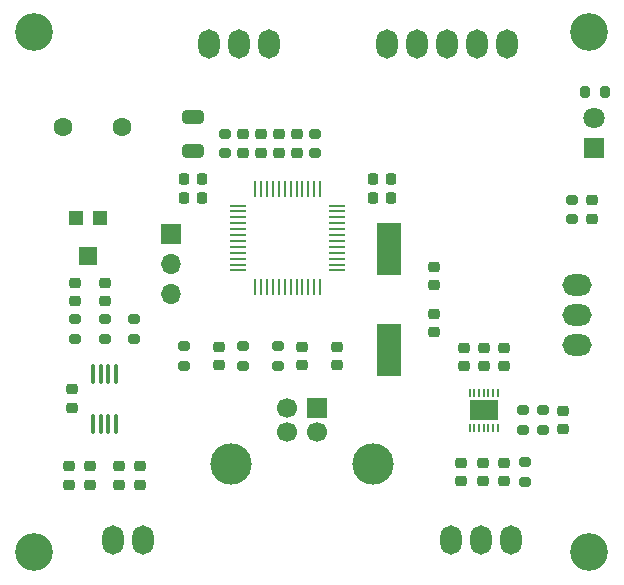
<source format=gts>
%TF.GenerationSoftware,KiCad,Pcbnew,(6.0.1)*%
%TF.CreationDate,2023-06-09T19:02:12+03:00*%
%TF.ProjectId,Radioless Allstar Node,52616469-6f6c-4657-9373-20416c6c7374,rev?*%
%TF.SameCoordinates,PX5f5e100PY5f5e100*%
%TF.FileFunction,Soldermask,Top*%
%TF.FilePolarity,Negative*%
%FSLAX46Y46*%
G04 Gerber Fmt 4.6, Leading zero omitted, Abs format (unit mm)*
G04 Created by KiCad (PCBNEW (6.0.1)) date 2023-06-09 19:02:12*
%MOMM*%
%LPD*%
G01*
G04 APERTURE LIST*
G04 Aperture macros list*
%AMRoundRect*
0 Rectangle with rounded corners*
0 $1 Rounding radius*
0 $2 $3 $4 $5 $6 $7 $8 $9 X,Y pos of 4 corners*
0 Add a 4 corners polygon primitive as box body*
4,1,4,$2,$3,$4,$5,$6,$7,$8,$9,$2,$3,0*
0 Add four circle primitives for the rounded corners*
1,1,$1+$1,$2,$3*
1,1,$1+$1,$4,$5*
1,1,$1+$1,$6,$7*
1,1,$1+$1,$8,$9*
0 Add four rect primitives between the rounded corners*
20,1,$1+$1,$2,$3,$4,$5,0*
20,1,$1+$1,$4,$5,$6,$7,0*
20,1,$1+$1,$6,$7,$8,$9,0*
20,1,$1+$1,$8,$9,$2,$3,0*%
G04 Aperture macros list end*
%ADD10R,1.700000X1.700000*%
%ADD11C,1.700000*%
%ADD12C,3.500000*%
%ADD13RoundRect,0.225000X0.250000X-0.225000X0.250000X0.225000X-0.250000X0.225000X-0.250000X-0.225000X0*%
%ADD14RoundRect,0.200000X0.275000X-0.200000X0.275000X0.200000X-0.275000X0.200000X-0.275000X-0.200000X0*%
%ADD15RoundRect,0.250000X0.650000X-0.325000X0.650000X0.325000X-0.650000X0.325000X-0.650000X-0.325000X0*%
%ADD16R,1.800000X1.800000*%
%ADD17C,1.800000*%
%ADD18C,3.200000*%
%ADD19R,1.200000X1.200000*%
%ADD20R,1.600000X1.500000*%
%ADD21RoundRect,0.200000X-0.275000X0.200000X-0.275000X-0.200000X0.275000X-0.200000X0.275000X0.200000X0*%
%ADD22R,0.250000X0.700000*%
%ADD23R,2.350000X1.780000*%
%ADD24RoundRect,0.225000X-0.250000X0.225000X-0.250000X-0.225000X0.250000X-0.225000X0.250000X0.225000X0*%
%ADD25R,0.280000X1.470000*%
%ADD26R,1.470000X0.280000*%
%ADD27C,1.600000*%
%ADD28O,1.700000X1.700000*%
%ADD29O,1.800000X2.500000*%
%ADD30RoundRect,0.218750X0.256250X-0.218750X0.256250X0.218750X-0.256250X0.218750X-0.256250X-0.218750X0*%
%ADD31O,2.500000X1.800000*%
%ADD32RoundRect,0.218750X-0.256250X0.218750X-0.256250X-0.218750X0.256250X-0.218750X0.256250X0.218750X0*%
%ADD33RoundRect,0.225000X0.225000X0.250000X-0.225000X0.250000X-0.225000X-0.250000X0.225000X-0.250000X0*%
%ADD34R,2.000000X4.500000*%
%ADD35RoundRect,0.200000X-0.200000X-0.275000X0.200000X-0.275000X0.200000X0.275000X-0.200000X0.275000X0*%
%ADD36RoundRect,0.225000X-0.225000X-0.250000X0.225000X-0.250000X0.225000X0.250000X-0.225000X0.250000X0*%
%ADD37RoundRect,0.100000X-0.100000X0.712500X-0.100000X-0.712500X0.100000X-0.712500X0.100000X0.712500X0*%
G04 APERTURE END LIST*
D10*
%TO.C,J3*%
X26950000Y15177500D03*
D11*
X24450000Y15177500D03*
X24450000Y13177500D03*
X26950000Y13177500D03*
D12*
X19680000Y10467500D03*
X31720000Y10467500D03*
%TD*%
D13*
%TO.C,C7*%
X6000000Y8725000D03*
X6000000Y10275000D03*
%TD*%
D14*
%TO.C,R9*%
X19200000Y36775000D03*
X19200000Y38425000D03*
%TD*%
D15*
%TO.C,C22*%
X16500000Y36925000D03*
X16500000Y39875000D03*
%TD*%
D16*
%TO.C,D1*%
X50400000Y37200000D03*
D17*
X50400000Y39740000D03*
%TD*%
D13*
%TO.C,C10*%
X42800000Y18725000D03*
X42800000Y20275000D03*
%TD*%
D18*
%TO.C,H2*%
X50000000Y47000000D03*
%TD*%
D13*
%TO.C,C14*%
X23800000Y36825000D03*
X23800000Y38375000D03*
%TD*%
D19*
%TO.C,RV1*%
X8600000Y31300000D03*
D20*
X7600000Y28050000D03*
D19*
X6600000Y31300000D03*
%TD*%
D21*
%TO.C,R7*%
X44400000Y15025000D03*
X44400000Y13375000D03*
%TD*%
D13*
%TO.C,C18*%
X18700000Y18825000D03*
X18700000Y20375000D03*
%TD*%
D22*
%TO.C,U2*%
X42300000Y16475000D03*
X41900000Y16475000D03*
X41500000Y16475000D03*
X41100000Y16475000D03*
X40700000Y16475000D03*
X40300000Y16475000D03*
X39900000Y16475000D03*
X39900000Y13525000D03*
X40300000Y13525000D03*
X40700000Y13525000D03*
X41100000Y13525000D03*
X41500000Y13525000D03*
X41900000Y13525000D03*
X42300000Y13525000D03*
D23*
X41100000Y15000000D03*
%TD*%
D13*
%TO.C,C25*%
X36900000Y21625000D03*
X36900000Y23175000D03*
%TD*%
%TO.C,C1*%
X6200000Y15225000D03*
X6200000Y16775000D03*
%TD*%
%TO.C,C8*%
X41000000Y9025000D03*
X41000000Y10575000D03*
%TD*%
D21*
%TO.C,R14*%
X48600000Y32825000D03*
X48600000Y31175000D03*
%TD*%
D24*
%TO.C,C4*%
X9000000Y25775000D03*
X9000000Y24225000D03*
%TD*%
D14*
%TO.C,R11*%
X20700000Y18775000D03*
X20700000Y20425000D03*
%TD*%
D21*
%TO.C,R4*%
X11500000Y22725000D03*
X11500000Y21075000D03*
%TD*%
%TO.C,R2*%
X6500000Y22725000D03*
X6500000Y21075000D03*
%TD*%
D25*
%TO.C,U3*%
X21750000Y25430000D03*
X22250000Y25430000D03*
X22750000Y25430000D03*
X23250000Y25430000D03*
X23750000Y25430000D03*
X24250000Y25430000D03*
X24750000Y25430000D03*
X25250000Y25430000D03*
X25750000Y25430000D03*
X26250000Y25430000D03*
X26750000Y25430000D03*
X27250000Y25430000D03*
D26*
X28670000Y26850000D03*
X28670000Y27350000D03*
X28670000Y27850000D03*
X28670000Y28350000D03*
X28670000Y28850000D03*
X28670000Y29350000D03*
X28670000Y29850000D03*
X28670000Y30350000D03*
X28670000Y30850000D03*
X28670000Y31350000D03*
X28670000Y31850000D03*
X28670000Y32350000D03*
D25*
X27250000Y33770000D03*
X26750000Y33770000D03*
X26250000Y33770000D03*
X25750000Y33770000D03*
X25250000Y33770000D03*
X24750000Y33770000D03*
X24250000Y33770000D03*
X23750000Y33770000D03*
X23250000Y33770000D03*
X22750000Y33770000D03*
X22250000Y33770000D03*
X21750000Y33770000D03*
D26*
X20330000Y32350000D03*
X20330000Y31850000D03*
X20330000Y31350000D03*
X20330000Y30850000D03*
X20330000Y30350000D03*
X20330000Y29850000D03*
X20330000Y29350000D03*
X20330000Y28850000D03*
X20330000Y28350000D03*
X20330000Y27850000D03*
X20330000Y27350000D03*
X20330000Y26850000D03*
%TD*%
D13*
%TO.C,C6*%
X12000000Y8725000D03*
X12000000Y10275000D03*
%TD*%
D27*
%TO.C,C24*%
X10500000Y39000000D03*
X5500000Y39000000D03*
%TD*%
D10*
%TO.C,J4*%
X14600000Y29925000D03*
D28*
X14600000Y27385000D03*
X14600000Y24845000D03*
%TD*%
D29*
%TO.C,J2*%
X32920000Y46000000D03*
X35460000Y46000000D03*
X38000000Y46000000D03*
X40540000Y46000000D03*
X43080000Y46000000D03*
%TD*%
D14*
%TO.C,R3*%
X46100000Y13375000D03*
X46100000Y15025000D03*
%TD*%
%TO.C,R6*%
X44600000Y8975000D03*
X44600000Y10625000D03*
%TD*%
D24*
%TO.C,C26*%
X36900000Y27175000D03*
X36900000Y25625000D03*
%TD*%
D13*
%TO.C,C15*%
X22200000Y36825000D03*
X22200000Y38375000D03*
%TD*%
D30*
%TO.C,FB3*%
X28700000Y18812500D03*
X28700000Y20387500D03*
%TD*%
D13*
%TO.C,C13*%
X25300000Y36825000D03*
X25300000Y38375000D03*
%TD*%
D31*
%TO.C,SW1*%
X49000000Y20560000D03*
X49000000Y23100000D03*
X49000000Y25640000D03*
%TD*%
D13*
%TO.C,C16*%
X20700000Y36825000D03*
X20700000Y38375000D03*
%TD*%
%TO.C,C9*%
X42800000Y9025000D03*
X42800000Y10575000D03*
%TD*%
D32*
%TO.C,FB1*%
X7800000Y10287500D03*
X7800000Y8712500D03*
%TD*%
D13*
%TO.C,C11*%
X47800000Y13425000D03*
X47800000Y14975000D03*
%TD*%
D14*
%TO.C,R12*%
X23700000Y18775000D03*
X23700000Y20425000D03*
%TD*%
D33*
%TO.C,C17*%
X17275000Y34600000D03*
X15725000Y34600000D03*
%TD*%
D13*
%TO.C,C2*%
X41100000Y18725000D03*
X41100000Y20275000D03*
%TD*%
D32*
%TO.C,FB2*%
X10200000Y10287500D03*
X10200000Y8712500D03*
%TD*%
D24*
%TO.C,C5*%
X6500000Y25775000D03*
X6500000Y24225000D03*
%TD*%
D13*
%TO.C,C12*%
X39400000Y18725000D03*
X39400000Y20275000D03*
%TD*%
D18*
%TO.C,H4*%
X3000000Y3000000D03*
%TD*%
D34*
%TO.C,Y1*%
X33100000Y20150000D03*
X33100000Y28650000D03*
%TD*%
D35*
%TO.C,R13*%
X49675000Y42000000D03*
X51325000Y42000000D03*
%TD*%
D36*
%TO.C,C21*%
X31725000Y33000000D03*
X33275000Y33000000D03*
%TD*%
D18*
%TO.C,H1*%
X3000000Y47000000D03*
%TD*%
D13*
%TO.C,C19*%
X25700000Y18825000D03*
X25700000Y20375000D03*
%TD*%
D21*
%TO.C,R1*%
X9000000Y22725000D03*
X9000000Y21075000D03*
%TD*%
D33*
%TO.C,C23*%
X33275000Y34600000D03*
X31725000Y34600000D03*
%TD*%
D14*
%TO.C,R10*%
X15700000Y18775000D03*
X15700000Y20425000D03*
%TD*%
D33*
%TO.C,C20*%
X17275000Y33000000D03*
X15725000Y33000000D03*
%TD*%
D32*
%TO.C,D2*%
X50300000Y32787500D03*
X50300000Y31212500D03*
%TD*%
D29*
%TO.C,J1*%
X9730000Y4000000D03*
X12270000Y4000000D03*
%TD*%
%TO.C,RV3*%
X17860000Y46000000D03*
X20400000Y46000000D03*
X22940000Y46000000D03*
%TD*%
D14*
%TO.C,R8*%
X26800000Y36775000D03*
X26800000Y38425000D03*
%TD*%
D18*
%TO.C,H3*%
X50000000Y3000000D03*
%TD*%
D24*
%TO.C,C3*%
X39200000Y10575000D03*
X39200000Y9025000D03*
%TD*%
D37*
%TO.C,U1*%
X9975000Y18112500D03*
X9325000Y18112500D03*
X8675000Y18112500D03*
X8025000Y18112500D03*
X8025000Y13887500D03*
X8675000Y13887500D03*
X9325000Y13887500D03*
X9975000Y13887500D03*
%TD*%
D29*
%TO.C,RV2*%
X38360000Y4000000D03*
X40900000Y4000000D03*
X43440000Y4000000D03*
%TD*%
M02*

</source>
